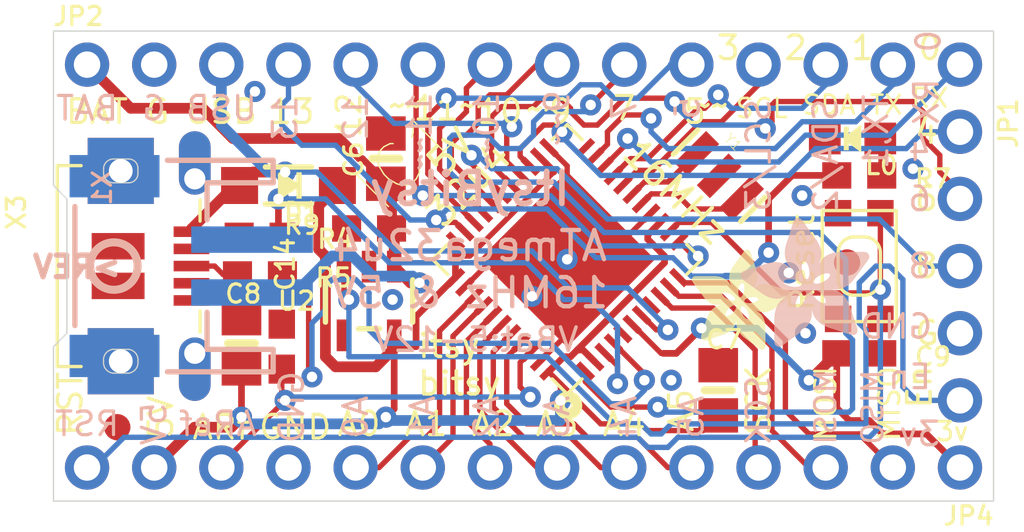
<source format=kicad_pcb>
(kicad_pcb (version 20211014) (generator pcbnew)
  (layers (0 "F.Cu" signal) (31 "B.Cu" signal) (34 "B.Paste" user) (35 "F.Paste" user) (36 "B.SilkS" user "B.Silkscreen") (37 "F.SilkS" user "F.Silkscreen") (38 "B.Mask" user) (39 "F.Mask" user) (44 "Edge.Cuts" user))
  (net 0 "")
  (net 1 "GND")
  (net 2 "D-")
  (net 3 "D+")
  (net 4 "MOSI")
  (net 5 "MISO")
  (net 6 "SCK")
  (net 7 "RST")
  (net 8 "N$11")
  (net 9 "N$12")
  (net 10 "A5")
  (net 11 "A4")
  (net 12 "A3")
  (net 13 "A2")
  (net 14 "A1")
  (net 15 "SDA")
  (net 16 "N$15")
  (net 17 "N$16")
  (net 18 "D1")
  (net 19 "D0")
  (net 20 "VBUS")
  (net 21 "VBAT")
  (net 22 "N$2")
  (net 23 "AREF")
  (net 24 "A0")
  (net 25 "SCL")
  (net 26 "D4")
  (net 27 "D8")
  (net 28 "D7")
  (net 29 "EN")
  (net 30 "D5")
  (net 31 "D6")
  (net 32 "D10")
  (net 33 "D12")
  (net 34 "D13")
  (net 35 "D11")
  (net 36 "D9")
  (net 37 "+5V")
  (net 38 "3.3V")
  (footprint "boardEagle:0805-NO" (layer "F.Cu") (at 155.8671 109.7026 90)
    (fp_text reference "C7")
    (fp_text value "10uF")
  )
  (footprint "boardEagle:1X05_ROUND" (layer "F.Cu") (at 165.0111 105.0036 -90)
    (fp_text reference "JP1")
    (fp_text value "")
  )
  (footprint "boardEagle:4UCONN_20329_V2" (layer "F.Cu") (at 135.1661 105.0036 -90)
    (fp_text reference "X3")
    (fp_text value "microUSB")
    (fp_line (start 4.05 1.6) (end 4.05 2.2) (layer "Edge.Cuts") (width 0.05))
    (fp_line (start -3.15 1.6) (end -3.15 2.15) (layer "Edge.Cuts") (width 0.05))
    (fp_line (start -3.5 2.55) (end -3.7 2.55) (layer "Edge.Cuts") (width 0.05))
    (fp_line (start -3.7 1.25) (end -3.5 1.25) (layer "Edge.Cuts") (width 0.05))
    (fp_line (start 3.15 2.2) (end 3.15 1.6) (layer "Edge.Cuts") (width 0.05))
    (fp_line (start -4.05 2.15) (end -4.05 1.6) (layer "Edge.Cuts") (width 0.05))
    (fp_arc (start 3.6 1.25) (mid 3.897487 1.331802) (end 4.05 1.6) (layer "Edge.Cuts") (width 0.05))
    (fp_arc (start -3.15 2.15) (mid -3.242157 2.422487) (end -3.5 2.55) (layer "Edge.Cuts") (width 0.05))
    (fp_arc (start 4.05 2.2) (mid 3.897487 2.468198) (end 3.6 2.55) (layer "Edge.Cuts") (width 0.05))
    (fp_arc (start -3.5 1.25) (mid -3.252513 1.352513) (end -3.15 1.6) (layer "Edge.Cuts") (width 0.05))
    (fp_arc (start -3.7 2.55) (mid -3.957843 2.422487) (end -4.05 2.15) (layer "Edge.Cuts") (width 0.05))
    (fp_arc (start -4.05 1.6) (mid -3.947487 1.352513) (end -3.7 1.25) (layer "Edge.Cuts") (width 0.05))
    (fp_arc (start 3.15 1.6) (mid 3.302513 1.331802) (end 3.6 1.25) (layer "Edge.Cuts") (width 0.05))
    (fp_arc (start 3.6 2.55) (mid 3.302513 2.468198) (end 3.15 2.2) (layer "Edge.Cuts") (width 0.05))
  )
  (footprint "boardEagle:0805-NO" (layer "F.Cu") (at 137.8331 107.9246 90)
    (fp_text reference "C8")
    (fp_text value "10µF")
  )
  (footprint "boardEagle:SOT23-5" (layer "F.Cu") (at 142.6591 106.3244 180)
    (fp_text reference "U2")
    (fp_text value "MIC5225-5.0")
  )
  (footprint "boardEagle:0603-NO" (layer "F.Cu") (at 139.3571 108.0516 90)
    (fp_text reference "C14")
    (fp_text value "1uF")
  )
  (footprint "boardEagle:CHIPLED_0805_NOOUTLINE" (layer "F.Cu") (at 160.9471 100.1776 90)
    (fp_text reference "L0")
    (fp_text value "RED")
  )
  (footprint "boardEagle:0603-NO" (layer "F.Cu") (at 161.2011 108.3056)
    (fp_text reference "C9")
    (fp_text value "1uF")
  )
  (footprint "boardEagle:RESONATOR-SMD" (layer "F.Cu") (at 155.904296 101.59001 -45)
    (fp_text reference "Y1")
    (fp_text value "16MHz")
  )
  (footprint "boardEagle:0603-NO" (layer "F.Cu") (at 138.5316 105.3211)
    (fp_text reference "R5")
    (fp_text value "22")
  )
  (footprint "boardEagle:ADAFRUIT_3.5MM" (layer "F.Cu") (at 154.8511 108.1786)
    (fp_text reference "U$7" hide)
    (fp_text value "" hide)
  )
  (footprint "boardEagle:1X14_ROUND70" (layer "F.Cu") (at 148.5011 97.3836)
    (fp_text reference "JP2")
    (fp_text value "")
  )
  (footprint "boardEagle:0603-NO" (layer "F.Cu") (at 161.2011 101.5746)
    (fp_text reference "R7")
    (fp_text value "2.2K")
  )
  (footprint "boardEagle:0603-NO" (layer "F.Cu") (at 138.5951 103.8606)
    (fp_text reference "R4")
    (fp_text value "22")
  )
  (footprint "boardEagle:0603-NO" (layer "F.Cu") (at 142.6591 103.5812 180)
    (fp_text reference "R9")
    (fp_text value "100k")
  )
  (footprint "boardEagle:FIDUCIAL_1MM" (layer "F.Cu") (at 160.7403 104.8696 -90)
    (fp_text reference "U$35" hide)
    (fp_text value "FIDUCIAL\"\"" hide)
  )
  (footprint "boardEagle:TQFN44_7MM" (layer "F.Cu") (at 150.1521 104.7496 45)
    (fp_text reference "IC1")
    (fp_text value "ATMEGA32U4-MU")
  )
  (footprint "boardEagle:KMR2" (layer "F.Cu") (at 161.2011 105.0036 -90)
    (fp_text reference "SW1" hide)
    (fp_text value "SPST_TACT-KMR2" hide)
  )
  (footprint "boardEagle:1X14_ROUND70" (layer "F.Cu") (at 148.5011 112.6236 180)
    (fp_text reference "JP4")
    (fp_text value "")
  )
  (footprint "boardEagle:0805-NO" (layer "F.Cu") (at 143.2941 100.9396 90)
    (fp_text reference "C6")
    (fp_text value "10µF")
  )
  (footprint "boardEagle:SOD-123" (layer "F.Cu") (at 139.6111 101.9556 180)
    (fp_text reference "D1")
    (fp_text value "MBR120")
  )
  (footprint "boardEagle:FIDUCIAL_1MM" (layer "F.Cu") (at 133.1341 111.0996 -90)
    (fp_text reference "U$34" hide)
    (fp_text value "FIDUCIAL\"\"" hide)
  )
  (footprint "boardEagle:ADAFRUIT_5MM" (layer "B.Cu") (at 161.5821 108.0516 180)
    (fp_text reference "U$4" hide)
    (fp_text value "" hide)
  )
  (footprint "boardEagle:JSTPH2" (layer "B.Cu") (at 134.5311 105.0036 -90)
    (fp_text reference "X1")
    (fp_text value "")
  )
  (footprint "boardEagle:PCBFEAT-REV-040" (layer "B.Cu") (at 133.0071 105.0036 180)
    (fp_text reference "U$10" hide)
    (fp_text value "" hide)
  )
  (gr_line (start 130.7211 101.9556) (end 131.2291 102.4636) (layer "Edge.Cuts") (width 0.05))
  (gr_line (start 130.7211 113.8936) (end 166.2811 113.8936) (layer "Edge.Cuts") (width 0.05))
  (gr_line (start 166.2811 96.1136) (end 130.7211 96.1136) (layer "Edge.Cuts") (width 0.05))
  (gr_line (start 130.7211 108.0516) (end 130.7211 113.8936) (layer "Edge.Cuts") (width 0.05))
  (gr_line (start 130.7211 96.1136) (end 130.7211 101.9556) (layer "Edge.Cuts") (width 0.05))
  (gr_line (start 131.2291 102.4636) (end 131.2291 107.5436) (layer "Edge.Cuts") (width 0.05))
  (gr_line (start 166.2811 113.8936) (end 166.2811 96.1136) (layer "Edge.Cuts") (width 0.05))
  (gr_line (start 131.2291 107.5436) (end 130.7211 108.0516) (layer "Edge.Cuts") (width 0.05))
  (gr_text "GND" (at 162.5981 107.2896) (layer "B.SilkS") (effects (font (size 0.89408 0.89408) (thickness 0.12192)) (justify mirror)))
  (gr_text "SCL/3" (at 157.3911 100.8126 -270) (layer "B.SilkS") (effects (font (size 0.89408 0.89408) (thickness 0.12192)) (justify mirror)))
  (gr_text "11~~" (at 144.5641 99.9236 -270) (layer "B.SilkS") (effects (font (size 0.89408 0.89408) (thickness 0.12192)) (justify mirror)))
  (gr_text "GND" (at 139.7381 110.3376 -270) (layer "B.SilkS") (effects (font (size 0.89408 0.89408) (thickness 0.12192)) (justify mirror)))
  (gr_text "SCK" (at 157.3911 110.4646 -270) (layer "B.SilkS") (effects (font (size 0.89408 0.89408) (thickness 0.12192)) (justify mirror)))
  (gr_text "A0" (at 142.1511 110.7186 -270) (layer "B.SilkS") (effects (font (size 0.89408 0.89408) (thickness 0.12192)) (justify mirror)))
  (gr_text "6" (at 163.4871 102.4636) (layer "B.SilkS") (effects (font (size 0.89408 0.89408) (thickness 0.12192)) (justify mirror)))
  (gr_text "8" (at 163.4871 105.0036) (layer "B.SilkS") (effects (font (size 0.89408 0.89408) (thickness 0.12192)) (justify mirror)))
  (gr_text "A1" (at 144.6911 110.7186 -270) (layer "B.SilkS") (effects (font (size 0.89408 0.89408) (thickness 0.12192)) (justify mirror)))
  (gr_text "TX,1" (at 161.8361 99.9236 -270) (layer "B.SilkS") (effects (font (size 0.89408 0.89408) (thickness 0.12192)) (justify mirror)))
  (gr_text "0" (at 163.7411 96.4946 -90) (layer "B.SilkS") (effects (font (size 0.89408 0.89408) (thickness 0.12192)) (justify mirror)))
  (gr_text "7" (at 152.3111 99.0346 -270) (layer "B.SilkS") (effects (font (size 0.89408 0.89408) (thickness 0.12192)) (justify mirror)))
  (gr_text "5" (at 155.2321 98.5266 -270) (layer "B.SilkS") (effects (font (size 0.88392 0.88392) (thickness 0.13208)) (justify left bottom mirror)))
  (gr_text "USB" (at 137.0711 99.0346) (layer "B.SilkS") (effects (font (size 0.89408 0.89408) (thickness 0.12192)) (justify mirror)))
  (gr_text "A5" (at 154.8511 110.7186 -270) (layer "B.SilkS") (effects (font (size 0.89408 0.89408) (thickness 0.12192)) (justify mirror)))
  (gr_text "SDA/2" (at 159.9311 100.8126 -270) (layer "B.SilkS") (effects (font (size 0.89408 0.89408) (thickness 0.12192)) (justify mirror)))
  (gr_text "VBat:5-12V" (at 150.6601 108.3056) (layer "B.SilkS") (effects (font (size 0.88392 0.88392) (thickness 0.13208)) (justify left bottom mirror)))
  (gr_text "MOSI" (at 159.9311 110.3376 -270) (layer "B.SilkS") (effects (font (size 0.78232 0.78232) (thickness 0.10668)) (justify mirror)))
  (gr_text "En" (at 163.1061 109.1946) (layer "B.SilkS") (effects (font (size 0.89408 0.89408) (thickness 0.12192)) (justify mirror)))
  (gr_text "ItsyBitsy" (at 146.4691 102.0826) (layer "B.SilkS") (effects (font (size 1.20904 1.20904) (thickness 0.21336)) (justify mirror)))
  (gr_text "A2" (at 147.1041 110.7186 -270) (layer "B.SilkS") (effects (font (size 0.89408 0.89408) (thickness 0.12192)) (justify mirror)))
  (gr_text "A4" (at 152.3111 110.7186 -270) (layer "B.SilkS") (effects (font (size 0.89408 0.89408) (thickness 0.12192)) (justify mirror)))
  (gr_text "ATmega32u4\n16MHz & 5V" (at 146.4691 105.1306) (layer "B.SilkS") (effects (font (size 1.1049 1.1049) (thickness 0.1651)) (justify mirror)))
  (gr_text "ARef" (at 136.9441 110.9726) (layer "B.SilkS") (effects (font (size 0.89408 0.89408) (thickness 0.12192)) (justify mirror)))
  (gr_text "3v" (at 163.4871 111.3536) (layer "B.SilkS") (effects (font (size 0.89408 0.89408) (thickness 0.12192)) (justify mirror)))
  (gr_text "RST" (at 131.9911 110.9726) (layer "B.SilkS") (effects (font (size 0.89408 0.89408) (thickness 0.12192)) (justify mirror)))
  (gr_text "A3" (at 149.7711 110.7186 -270) (layer "B.SilkS") (effects (font (size 0.89408 0.89408) (thickness 0.12192)) (justify mirror)))
  (gr_text "10~~" (at 147.1041 99.9236 -270) (layer "B.SilkS") (effects (font (size 0.89408 0.89408) (thickness 0.12192)) (justify mirror)))
  (gr_text "4" (at 163.4871 100.5586) (layer "B.SilkS") (effects (font (size 0.89408 0.89408) (thickness 0.12192)) (justify mirror)))
  (gr_text "BAT" (at 131.9911 99.0346) (layer "B.SilkS") (effects (font (size 0.89408 0.89408) (thickness 0.12192)) (justify mirror)))
  (gr_text "RX" (at 163.7411 98.7806 -270) (layer "B.SilkS") (effects (font (size 0.89408 0.89408) (thickness 0.12192)) (justify mirror)))
  (gr_text "MISO" (at 161.7091 110.3376 -270) (layer "B.SilkS") (effects (font (size 0.78232 0.78232) (thickness 0.10668)) (justify mirror)))
  (gr_text "9~~" (at 149.7711 99.4156 -270) (layer "B.SilkS") (effects (font (size 0.89408 0.89408) (thickness 0.12192)) (justify mirror)))
  (gr_text "13" (at 139.4841 99.4156 -270) (layer "B.SilkS") (effects (font (size 0.89408 0.89408) (thickness 0.12192)) (justify mirror)))
  (gr_text "5V" (at 134.5311 110.9726 -270) (layer "B.SilkS") (effects (font (size 0.89408 0.89408) (thickness 0.12192)) (justify mirror)))
  (gr_text "12" (at 142.1511 99.4156 -270) (layer "B.SilkS") (effects (font (size 0.89408 0.89408) (thickness 0.12192)) (justify mirror)))
  (gr_text "G" (at 134.5311 99.0346) (layer "B.SilkS") (effects (font (size 0.89408 0.89408) (thickness 0.12192)) (justify mirror)))
  (gr_text "16MHz" (at 152.0571 100.8126 315) (layer "F.SilkS") (effects (font (size 0.99441 0.99441) (thickness 0.14859)) (justify left bottom)))
  (gr_text "32u4" (at 145.4531 103.7336 45) (layer "F.SilkS") (effects (font (size 0.99441 0.99441) (thickness 0.14859)) (justify left bottom)))
  (gr_text "SCL" (at 157.5181 99.0346) (layer "F.SilkS") (effects (font (size 0.715264 0.715264) (thickness 0.097536))))
  (gr_text "3" (at 156.2481 96.7486) (layer "F.SilkS") (effects (font (size 0.89408 0.89408) (thickness 0.12192))))
  (gr_text "G" (at 134.6581 99.1616) (layer "F.SilkS") (effects (font (size 0.89408 0.89408) (thickness 0.12192))))
  (gr_text "A2" (at 147.3581 110.9726) (layer "F.SilkS") (effects (font (size 0.89408 0.89408) (thickness 0.12192))))
  (gr_text "~~" (at 144.0561 98.9076) (layer "F.SilkS") (effects (font (size 0.89408 0.89408) (thickness 0.12192))))
  (gr_text "~~" (at 149.2631 99.0346) (layer "F.SilkS") (effects (font (size 0.89408 0.89408) (thickness 0.12192))))
  (gr_text "10" (at 147.6121 99.1616) (layer "F.SilkS") (effects (font (size 0.89408 0.89408) (thickness 0.12192))))
  (gr_text "USB" (at 137.0711 99.1616) (layer "F.SilkS") (effects (font (size 0.89408 0.89408) (thickness 0.12192))))
  (gr_text "SDA" (at 160.0581 98.9076) (layer "F.SilkS") (effects (font (size 0.715264 0.715264) (thickness 0.097536))))
  (gr_text "5V" (at 134.7851 110.7186 90) (layer "F.SilkS") (effects (font (size 0.89408 0.89408) (thickness 0.12192))))
  (gr_text "7" (at 152.3111 99.0346) (layer "F.SilkS") (effects (font (size 0.89408 0.89408) (thickness 0.12192))))
  (gr_text "1" (at 161.3281 96.7486) (layer "F.SilkS") (effects (font (size 0.89408 0.89408) (thickness 0.12192))))
  (gr_text "0" (at 163.8681 96.7486) (layer "F.SilkS") (effects (font (size 0.89408 0.89408) (thickness 0.12192))))
  (gr_text "A3" (at 149.7711 110.9726) (layer "F.SilkS") (effects (font (size 0.89408 0.89408) (thickness 0.12192))))
  (gr_text "~~" (at 146.7231 98.9076) (layer "F.SilkS") (effects (font (size 0.89408 0.89408) (thickness 0.12192))))
  (gr_text "En" (at 163.9951 110.4646 90) (layer "F.SilkS") (effects (font (size 0.88392 0.88392) (thickness 0.13208)) (justify left bottom)))
  (gr_text "9" (at 149.8981 99.1616) (layer "F.SilkS") (effects (font (size 0.89408 0.89408) (thickness 0.12192))))
  (gr_text "6" (at 163.2331 102.9716) (layer "F.SilkS") (effects (font (size 0.88392 0.88392) (thickness 0.13208)) (justify left bottom)))
  (gr_text "~~" (at 155.6131 98.9076) (layer "F.SilkS") (effects (font (size 0.89408 0.89408) (thickness 0.12192))))
  (gr_text "A4" (at 152.3111 110.9726) (layer "F.SilkS") (effects (font (size 0.89408 0.89408) (thickness 0.12192))))
  (gr_text "itsy\nbitsy" (at 144.4371 109.9566) (layer "F.SilkS") (effects (font (size 0.88392 0.88392) (thickness 0.13208)) (justify left bottom)))
  (gr_text "5" (at 154.9781 99.1616) (layer "F.SilkS") (effects (font (size 0.89408 0.89408) (thickness 0.12192))))
  (gr_text "13" (at 139.7381 99.1616) (layer "F.SilkS") (effects (font (size 0.89408 0.89408) (thickness 0.12192))))
  (gr_text "BAT" (at 132.3721 99.1616) (layer "F.SilkS") (effects (font (size 0.89408 0.89408) (thickness 0.12192))))
  (gr_text "Reset" (at 159.0421 104.8766 90) (layer "F.SilkS") (effects (font (size 0.89408 0.89408) (thickness 0.12192))))
  (gr_text "11" (at 145.1991 99.0346) (layer "F.SilkS") (effects (font (size 0.89408 0.89408) (thickness 0.12192))))
  (gr_text "G" (at 163.2331 108.0516) (layer "F.SilkS") (effects (font (size 0.88392 0.88392) (thickness 0.13208)) (justify left bottom)))
  (gr_text "ARf" (at 137.0711 111.0996) (layer "F.SilkS") (effects (font (size 0.89408 0.89408) (thickness 0.12192))))
  (gr_text "12" (at 141.8971 99.2886 90) (layer "F.SilkS") (effects (font (size 0.89408 0.89408) (thickness 0.12192))))
  (gr_text "A1" (at 144.8181 110.9726) (layer "F.SilkS") (effects (font (size 0.89408 0.89408) (thickness 0.12192))))
  (gr_text "GND" (at 139.8651 111.0996) (layer "F.SilkS") (effects (font (size 0.89408 0.89408) (thickness 0.12192))))
  (gr_text "MISO" (at 162.3441 110.2106 90) (layer "F.SilkS") (effects (font (size 0.78232 0.78232) (thickness 0.10668))))
  (gr_text "TX" (at 162.2171 98.9076) (layer "F.SilkS") (effects (font (size 0.715264 0.715264) (thickness 0.097536))))
  (gr_text "A0" (at 142.2781 110.9726) (layer "F.SilkS") (effects (font (size 0.89408 0.89408) (thickness 0.12192))))
  (gr_text "8" (at 163.2331 105.5116) (layer "F.SilkS") (effects (font (size 0.88392 0.88392) (thickness 0.13208)) (justify left bottom)))
  (gr_text "A5" (at 154.4701 110.4646 90) (layer "F.SilkS") (effects (font (size 0.89408 0.89408) (thickness 0.12192))))
  (gr_text "RST" (at 131.3561 110.2106 90) (layer "F.SilkS") (effects (font (size 0.89408 0.89408) (thickness 0.12192))))
  (gr_text "2" (at 158.7881 96.7486) (layer "F.SilkS") (effects (font (size 0.89408 0.89408) (thickness 0.12192))))
  (gr_text "MOSI" (at 159.9311 110.2106 90) (layer "F.SilkS") (effects (font (size 0.78232 0.78232) (thickness 0.10668))))
  (gr_text "4" (at 163.2331 100.4316) (layer "F.SilkS") (effects (font (size 0.88392 0.88392) (thickness 0.13208)) (justify left bottom)))
  (gr_text "SCK" (at 157.3911 110.0836 90) (layer "F.SilkS") (effects (font (size 0.89408 0.89408) (thickness 0.12192))))
  (gr_text "3v" (at 165.3921 110.8456) (layer "F.SilkS") (effects (font (size 0.707136 0.707136) (thickness 0.105664)) (justify right top)))
  (gr_text "5V" (at 145.4531 101.8286 45) (layer "F.SilkS") (effects (font (size 0.99441 0.99441) (thickness 0.14859)) (justify left bottom)))
  (gr_text "RX" (at 163.8681 98.6536) (layer "F.SilkS") (effects (font (size 0.715264 0.715264) (thickness 0.097536))))
  (segment (start 150.1521 101.214069) (end 150.1521 104.7496) (width 0.2032) (layer "F.Cu") (net 1))
  (segment (start 146.280687 105.792585) (end 147.323671 104.7496) (width 0.2032) (layer "F.Cu") (net 1))
  (segment (start 151.566312 104.7496) (end 150.1521 104.7496) (width 0.2032) (layer "F.Cu") (net 1))
  (segment (start 150.1521 104.8131) (end 150.1521 104.7496) (width 0.2032) (layer "F.Cu") (net 1))
  (segment (start 148.8186 106.1466) (end 150.1521 104.8131) (width 0.2032) (layer "F.Cu") (net 1))
  (segment (start 147.323671 104.7496) (end 150.1521 104.7496) (width 0.2032) (layer "F.Cu") (net 1))
  (segment (start 149.462668 100.524638) (end 150.1521 101.214069) (width 0.2032) (layer "F.Cu") (net 1))
  (segment (start 149.109115 108.621013) (end 150.1521 107.578029) (width 0.2032) (layer "F.Cu") (net 1))
  (segment (start 153.3164 102.999513) (end 151.566312 104.7496) (width 0.2032) (layer "F.Cu") (net 1))
  (via (at 159.0421 102.3366) (size 0.8001) (drill 0.3937) (layers "F.Cu" "B.Cu") (net 1))
  (via (at 150.1521 104.7496) (size 0.8001) (drill 0.3937) (layers "F.Cu" "B.Cu") (net 1))
  (via (at 158.5341 105.2576) (size 0.8001) (drill 0.3937) (layers "F.Cu" "B.Cu") (net 1))
  (via (at 163.2331 101.3206) (size 0.8001) (drill 0.3937) (layers "F.Cu" "B.Cu") (net 1))
  (via (at 138.3411 98.3996) (size 0.8001) (drill 0.3937) (layers "F.Cu" "B.Cu") (net 1))
  (via (at 154.0891 109.3216) (size 0.8001) (drill 0.3937) (layers "F.Cu" "B.Cu") (net 1))
  (via (at 159.1691 107.5436) (size 0.8001) (drill 0.3937) (layers "F.Cu" "B.Cu") (net 1))
  (via (at 143.5481 106.2736) (size 0.8001) (drill 0.3937) (layers "F.Cu" "B.Cu") (net 1))
  (via (at 148.8186 106.1466) (size 0.8001) (drill 0.3937) (layers "F.Cu" "B.Cu") (net 1))
  (segment (start 139.2301 103.6066) (end 139.2301 102.4636) (width 0.254) (layer "F.Cu") (net 2))
  (segment (start 152.0571 108.775922) (end 151.548634 108.267457) (width 0.2032) (layer "F.Cu") (net 2))
  (segment (start 139.2301 103.6066) (end 139.4451 103.8216) (width 0.2032) (layer "F.Cu") (net 2))
  (segment (start 152.0571 109.4486) (end 152.0571 108.775922) (width 0.2032) (layer "F.Cu") (net 2))
  (segment (start 139.4451 103.8216) (end 139.4451 103.8606) (width 0.2032) (layer "F.Cu") (net 2))
  (via (at 139.2301 102.4636) (size 0.8001) (drill 0.3937) (layers "F.Cu" "B.Cu") (net 2))
  (via (at 152.0571 109.4486) (size 0.8001) (drill 0.3937) (layers "F.Cu" "B.Cu") (net 2))
  (segment (start 150.0251 106.2736) (end 151.0411 106.2736) (width 0.2032) (layer "B.Cu") (net 2))
  (segment (start 141.0081 102.4636) (end 143.4211 104.8766) (width 0.2032) (layer "B.Cu") (net 2))
  (segment (start 148.6281 104.8766) (end 150.0251 106.2736) (width 0.2032) (layer "B.Cu") (net 2))
  (segment (start 151.0411 106.2736) (end 152.0571 107.2896) (width 0.2032) (layer "B.Cu") (net 2))
  (segment (start 139.2301 102.4636) (end 141.0081 102.4636) (width 0.2032) (layer "B.Cu") (net 2))
  (segment (start 152.0571 107.2896) (end 152.0571 109.4486) (width 0.2032) (layer "B.Cu") (net 2))
  (segment (start 143.4211 104.8766) (end 148.6281 104.8766) (width 0.2032) (layer "B.Cu") (net 2))
  (segment (start 140.3731 106.2736) (end 140.3731 109.0676) (width 0.2032) (layer "F.Cu") (net 3))
  (segment (start 151.902187 107.913904) (end 153.0731 109.084816) (width 0.2032) (layer "F.Cu") (net 3))
  (segment (start 153.0731 109.084816) (end 153.0731 109.3216) (width 0.2032) (layer "F.Cu") (net 3))
  (segment (start 140.3731 106.2736) (end 139.4206 105.3211) (width 0.2032) (layer "F.Cu") (net 3))
  (segment (start 139.4206 105.3211) (end 139.3816 105.3211) (width 0.2032) (layer "F.Cu") (net 3))
  (segment (start 140.3731 109.0676) (end 140.5001 109.1946) (width 0.2032) (layer "F.Cu") (net 3))
  (via (at 153.0731 109.3216) (size 0.8001) (drill 0.3937) (layers "F.Cu" "B.Cu") (net 3))
  (via (at 140.5001 109.1946) (size 0.8001) (drill 0.3937) (layers "F.Cu" "B.Cu") (net 3))
  (segment (start 141.0081 106.6546) (end 141.0081 105.7656) (width 0.2032) (layer "B.Cu") (net 3))
  (segment (start 142.1511 105.5116) (end 142.6591 106.0196) (width 0.2032) (layer "B.Cu") (net 3))
  (segment (start 149.5171 107.9246) (end 151.8031 110.2106) (width 0.2032) (layer "B.Cu") (net 3))
  (segment (start 141.0081 105.7656) (end 141.2621 105.5116) (width 0.2032) (layer "B.Cu") (net 3))
  (segment (start 140.5001 107.1626) (end 140.5001 109.1946) (width 0.2032) (layer "B.Cu") (net 3))
  (segment (start 141.0081 106.6546) (end 140.5001 107.1626) (width 0.2032) (layer "B.Cu") (net 3))
  (segment (start 142.6591 107.4166) (end 143.1671 107.9246) (width 0.2032) (layer "B.Cu") (net 3))
  (segment (start 142.6591 106.0196) (end 142.6591 107.4166) (width 0.2032) (layer "B.Cu") (net 3))
  (segment (start 151.8031 110.2106) (end 152.5651 110.2106) (width 0.2032) (layer "B.Cu") (net 3))
  (segment (start 153.0731 109.7026) (end 153.0731 109.3216) (width 0.2032) (layer "B.Cu") (net 3))
  (segment (start 141.2621 105.5116) (end 142.1511 105.5116) (width 0.2032) (layer "B.Cu") (net 3))
  (segment (start 152.5651 110.2106) (end 153.0731 109.7026) (width 0.2032) (layer "B.Cu") (net 3))
  (segment (start 143.1671 107.9246) (end 149.5171 107.9246) (width 0.2032) (layer "B.Cu") (net 3))
  (segment (start 154.023509 105.792585) (end 154.377525 106.1466) (width 0.2032) (layer "F.Cu") (net 4))
  (segment (start 157.8991 111.2266) (end 159.2961 112.6236) (width 0.2032) (layer "F.Cu") (net 4))
  (segment (start 157.8991 108.0516) (end 157.8991 111.2266) (width 0.2032) (layer "F.Cu") (net 4))
  (segment (start 159.2961 112.6236) (end 159.9311 112.6236) (width 0.2032) (layer "F.Cu") (net 4))
  (segment (start 154.377525 106.1466) (end 155.9941 106.1466) (width 0.2032) (layer "F.Cu") (net 4))
  (segment (start 155.9941 106.1466) (end 157.8991 108.0516) (width 0.2032) (layer "F.Cu") (net 4))
  (segment (start 156.2481 105.6386) (end 158.4071 107.7976) (width 0.2032) (layer "F.Cu") (net 5))
  (segment (start 154.576631 105.6386) (end 156.2481 105.6386) (width 0.2032) (layer "F.Cu") (net 5))
  (segment (start 158.4071 110.4646) (end 159.2961 111.3536) (width 0.2032) (layer "F.Cu") (net 5))
  (segment (start 161.2011 111.3536) (end 162.4711 112.6236) (width 0.2032) (layer "F.Cu") (net 5))
  (segment (start 158.4071 107.7976) (end 158.4071 110.4646) (width 0.2032) (layer "F.Cu") (net 5))
  (segment (start 154.377062 105.439032) (end 154.576631 105.6386) (width 0.2032) (layer "F.Cu") (net 5))
  (segment (start 159.2961 111.3536) (end 161.2011 111.3536) (width 0.2032) (layer "F.Cu") (net 5))
  (segment (start 155.6766 106.5911) (end 157.2641 108.1786) (width 0.2032) (layer "F.Cu") (net 6))
  (segment (start 153.669953 106.146138) (end 154.114915 106.5911) (width 0.2032) (layer "F.Cu") (net 6))
  (segment (start 157.2641 108.1786) (end 157.2641 112.4966) (width 0.2032) (layer "F.Cu") (net 6))
  (segment (start 154.114915 106.5911) (end 155.6766 106.5911) (width 0.2032) (layer "F.Cu") (net 6))
  (segment (start 157.2641 112.4966) (end 157.3911 112.6236) (width 0.2032) (layer "F.Cu") (net 6))
  (segment (start 162.0011 105.9816) (end 162.0011 105.8926) (width 0.2032) (layer "F.Cu") (net 7))
  (segment (start 154.023509 103.706619) (end 154.377528 103.3526) (width 0.2032) (layer "F.Cu") (net 7))
  (segment (start 162.0011 107.2516) (end 162.0011 107.0036) (width 0.2032) (layer "F.Cu") (net 7))
  (segment (start 162.0011 103.0036) (end 162.0011 105.8926) (width 0.2032) (layer "F.Cu") (net 7))
  (segment (start 162.0011 107.0036) (end 162.0011 105.8926) (width 0.2032) (layer "F.Cu") (net 7))
  (segment (start 155.6131 103.3526) (end 158.2801 106.0196) (width 0.2032) (layer "F.Cu") (net 7))
  (segment (start 161.9631 106.0196) (end 162.0011 105.9816) (width 0.2032) (layer "F.Cu") (net 7))
  (segment (start 158.2801 106.0196) (end 161.9631 106.0196) (width 0.2032) (layer "F.Cu") (net 7))
  (segment (start 154.377528 103.3526) (end 155.6131 103.3526) (width 0.2032) (layer "F.Cu") (net 7))
  (via (at 162.0011 105.8926) (size 0.8001) (drill 0.3937) (layers "F.Cu" "B.Cu") (net 7))
  (segment (start 162.0011 111.0616) (end 162.0011 105.8926) (width 0.2032) (layer "B.Cu") (net 7))
  (segment (start 152.8191 111.4806) (end 153.2001 111.8616) (width 0.2032) (layer "B.Cu") (net 7))
  (segment (start 132.2451 112.6236) (end 133.3881 111.4806) (width 0.2032) (layer "B.Cu") (net 7))
  (segment (start 153.2001 111.8616) (end 153.9621 111.8616) (width 0.2032) (layer "B.Cu") (net 7))
  (segment (start 154.3431 111.4806) (end 161.5821 111.4806) (width 0.2032) (layer "B.Cu") (net 7))
  (segment (start 153.9621 111.8616) (end 154.3431 111.4806) (width 0.2032) (layer "B.Cu") (net 7))
  (segment (start 131.9911 112.6236) (end 132.2451 112.6236) (width 0.2032) (layer "B.Cu") (net 7))
  (segment (start 161.5821 111.4806) (end 162.0011 111.0616) (width 0.2032) (layer "B.Cu") (net 7))
  (segment (start 133.3881 111.4806) (end 152.8191 111.4806) (width 0.2032) (layer "B.Cu") (net 7))
  (segment (start 154.2796 102.2731) (end 154.8511 102.8446) (width 0.2032) (layer "F.Cu") (net 8))
  (segment (start 154.8511 102.8446) (end 156.346765 102.8446) (width 0.2032) (layer "F.Cu") (net 8))
  (segment (start 156.346765 102.8446) (end 156.752825 102.438541) (width 0.2032) (layer "F.Cu") (net 8))
  (segment (start 152.962846 102.64596) (end 153.335706 102.2731) (width 0.2032) (layer "F.Cu") (net 8))
  (segment (start 153.335706 102.2731) (end 154.2796 102.2731) (width 0.2032) (layer "F.Cu") (net 8))
  (segment (start 153.080718 101.820982) (end 153.969718 101.820982) (width 0.2032) (layer "F.Cu") (net 9))
  (segment (start 152.609293 102.292407) (end 153.080718 101.820982) (width 0.2032) (layer "F.Cu") (net 9))
  (segment (start 153.969718 101.820982) (end 155.049218 100.741482) (width 0.2032) (layer "F.Cu") (net 9))
  (segment (start 155.049218 100.741482) (end 155.055765 100.741482) (width 0.2032) (layer "F.Cu") (net 9))
  (segment (start 147.8661 110.2106) (end 148.6281 110.9726) (width 0.2032) (layer "F.Cu") (net 10))
  (segment (start 150.9141 111.4806) (end 152.8191 111.4806) (width 0.2032) (layer "F.Cu") (net 10))
  (segment (start 153.9621 112.6236) (end 154.8511 112.6236) (width 0.2032) (layer "F.Cu") (net 10))
  (segment (start 152.8191 111.4806) (end 153.9621 112.6236) (width 0.2032) (layer "F.Cu") (net 10))
  (segment (start 150.4061 110.9726) (end 150.9141 111.4806) (width 0.2032) (layer "F.Cu") (net 10))
  (segment (start 147.8661 108.449813) (end 147.8661 110.2106) (width 0.2032) (layer "F.Cu") (net 10))
  (segment (start 148.402009 107.913904) (end 147.8661 108.449813) (width 0.2032) (layer "F.Cu") (net 10))
  (segment (start 148.6281 110.9726) (end 150.4061 110.9726) (width 0.2032) (layer "F.Cu") (net 10))
  (segment (start 147.3581 108.250707) (end 147.3581 110.3376) (width 0.2032) (layer "F.Cu") (net 11))
  (segment (start 148.5011 111.4806) (end 150.2791 111.4806) (width 0.2032) (layer "F.Cu") (net 11))
  (segment (start 151.4221 112.6236) (end 152.3111 112.6236) (width 0.2032) (layer "F.Cu") (net 11))
  (segment (start 147.3581 110.3376) (end 148.5011 111.4806) (width 0.2032) (layer "F.Cu") (net 11))
  (segment (start 148.048456 107.56035) (end 147.3581 108.250707) (width 0.2032) (layer "F.Cu") (net 11))
  (segment (start 150.2791 111.4806) (end 151.4221 112.6236) (width 0.2032) (layer "F.Cu") (net 11))
  (segment (start 146.8501 110.4646) (end 149.0091 112.6236) (width 0.2032) (layer "F.Cu") (net 12))
  (segment (start 149.0091 112.6236) (end 149.7711 112.6236) (width 0.2032) (layer "F.Cu") (net 12))
  (segment (start 147.694903 107.206797) (end 146.8501 108.0516) (width 0.2032) (layer "F.Cu") (net 12))
  (segment (start 146.8501 108.0516) (end 146.8501 110.4646) (width 0.2032) (layer "F.Cu") (net 12))
  (segment (start 146.3421 110.8456) (end 147.2311 111.7346) (width 0.2032) (layer "F.Cu") (net 13))
  (segment (start 146.3421 107.852494) (end 146.3421 110.8456) (width 0.2032) (layer "F.Cu") (net 13))
  (segment (start 147.2311 111.7346) (end 147.2311 112.6236) (width 0.2032) (layer "F.Cu") (net 13))
  (segment (start 147.34135 106.853244) (end 146.3421 107.852494) (width 0.2032) (layer "F.Cu") (net 13))
  (segment (start 146.987796 106.499691) (end 145.8341 107.653388) (width 0.2032) (layer "F.Cu") (net 14))
  (segment (start 145.8341 107.653388) (end 145.8341 111.4806) (width 0.2032) (layer "F.Cu") (net 14))
  (segment (start 145.8341 111.4806) (end 144.6911 112.6236) (width 0.2032) (layer "F.Cu") (net 14))
  (segment (start 153.2001 100.9396) (end 155.1051 99.0346) (width 0.2032) (layer "F.Cu") (net 15))
  (segment (start 152.547887 100.9396) (end 153.2001 100.9396) (width 0.2032) (layer "F.Cu") (net 15))
  (segment (start 151.902187 101.5853) (end 152.547887 100.9396) (width 0.2032) (layer "F.Cu") (net 15))
  (segment (start 155.1051 99.0346) (end 155.3591 99.0346) (width 0.2032) (layer "F.Cu") (net 15))
  (segment (start 155.3591 99.0346) (end 155.8671 98.5266) (width 0.2032) (layer "F.Cu") (net 15))
  (segment (start 155.4861 98.9076) (end 155.8671 98.5266) (width 0.2032) (layer "F.Cu") (net 15))
  (via (at 155.8671 98.5266) (size 0.8001) (drill 0.3937) (layers "F.Cu" "B.Cu") (net 15))
  (segment (start 159.9311 98.1456) (end 159.9311 97.3836) (width 0.2032) (layer "B.Cu") (net 15))
  (segment (start 159.0421 99.0346) (end 159.9311 98.1456) (width 0.2032) (layer "B.Cu") (net 15))
  (segment (start 156.3751 99.0346) (end 159.0421 99.0346) (width 0.2032) (layer "B.Cu") (net 15))
  (segment (start 156.3751 99.0346) (end 155.8671 98.5266) (width 0.2032) (layer "B.Cu") (net 15))
  (segment (start 137.1346 105.3211) (end 137.6816 105.3211) (width 0.2032) (layer "F.Cu") (net 16))
  (segment (start 135.9411 105.0036) (end 136.8171 105.0036) (width 0.2032) (layer "F.Cu") (net 16))
  (segment (start 136.8171 105.0036) (end 137.1346 105.3211) (width 0.2032) (layer "F.Cu") (net 16))
  (segment (start 136.9981 104.3536) (end 137.4911 103.8606) (width 0.2032) (layer "F.Cu") (net 17))
  (segment (start 135.9411 104.3536) (end 136.9981 104.3536) (width 0.2032) (layer "F.Cu") (net 17))
  (segment (start 137.4911 103.8606) (end 137.7451 103.8606) (width 0.2032) (layer "F.Cu") (net 17))
  (segment (start 153.3271 99.2886) (end 153.3271 99.4156) (width 0.2032) (layer "F.Cu") (net 18))
  (segment (start 151.195081 100.878191) (end 151.6761 100.397172) (width 0.2032) (layer "F.Cu") (net 18))
  (segment (start 152.3111 99.2886) (end 153.3271 99.2886) (width 0.2032) (layer "F.Cu") (net 18))
  (segment (start 151.6761 100.397172) (end 151.6761 99.9236) (width 0.2032) (layer "F.Cu") (net 18))
  (segment (start 151.6761 99.9236) (end 152.3111 99.2886) (width 0.2032) (layer "F.Cu") (net 18))
  (via (at 153.3271 99.4156) (size 0.8001) (drill 0.3937) (layers "F.Cu" "B.Cu") (net 18))
  (segment (start 161.0741 99.5426) (end 159.0421 99.5426) (width 0.2032) (layer "B.Cu") (net 18))
  (segment (start 153.9621 100.5586) (end 153.3271 99.9236) (width 0.2032) (layer "B.Cu") (net 18))
  (segment (start 161.0741 99.5426) (end 162.4711 98.1456) (width 0.2032) (layer "B.Cu") (net 18))
  (segment (start 158.0261 100.5586) (end 153.9621 100.5586) (width 0.2032) (layer "B.Cu") (net 18))
  (segment (start 153.3271 99.9236) (end 153.3271 99.4156) (width 0.2032) (layer "B.Cu") (net 18))
  (segment (start 162.4711 98.1456) (end 162.4711 97.3836) (width 0.2032) (layer "B.Cu") (net 18))
  (segment (start 159.0421 99.5426) (end 158.0261 100.5586) (width 0.2032) (layer "B.Cu") (net 18))
  (segment (start 152.4381 100.342282) (end 152.4381 100.1776) (width 0.2032) (layer "F.Cu") (net 19))
  (segment (start 151.548634 101.231747) (end 152.4381 100.342282) (width 0.2032) (layer "F.Cu") (net 19))
  (via (at 152.4381 100.1776) (size 0.8001) (drill 0.3937) (layers "F.Cu" "B.Cu") (net 19))
  (segment (start 153.3271 101.0666) (end 152.4381 100.1776) (width 0.2032) (layer "B.Cu") (net 19))
  (segment (start 153.3271 101.0666) (end 158.1531 101.0666) (width 0.2032) (layer "B.Cu") (net 19))
  (segment (start 158.1531 101.0666) (end 159.1691 100.0506) (width 0.2032) (layer "B.Cu") (net 19))
  (segment (start 162.3441 100.0506) (end 165.0111 97.3836) (width 0.2032) (layer "B.Cu") (net 19))
  (segment (start 159.1691 100.0506) (end 162.3441 100.0506) (width 0.2032) (layer "B.Cu") (net 19))
  (segment (start 137.1981 102.3366) (end 137.3801 102.3366) (width 0.4064) (layer "F.Cu") (net 20))
  (segment (start 152.962846 106.853244) (end 153.526203 107.4166) (width 0.2032) (layer "F.Cu") (net 20))
  (segment (start 153.526203 107.4166) (end 153.9621 107.4166) (width 0.2032) (layer "F.Cu") (net 20))
  (segment (start 137.7611 101.9556) (end 138.2691 101.4476) (width 0.4064) (layer "F.Cu") (net 20))
  (segment (start 135.9411 103.5936) (end 137.1981 102.3366) (width 0.4064) (layer "F.Cu") (net 20))
  (segment (start 137.3801 102.3366) (end 137.7611 101.9556) (width 0.4064) (layer "F.Cu") (net 20))
  (segment (start 135.9411 103.7036) (end 135.9411 103.5936) (width 0.4064) (layer "F.Cu") (net 20))
  (segment (start 138.2691 101.4476) (end 139.4841 101.4476) (width 0.4064) (layer "F.Cu") (net 20))
  (via (at 153.9621 107.4166) (size 0.8001) (drill 0.3937) (layers "F.Cu" "B.Cu") (net 20))
  (via (at 139.4841 101.4476) (size 0.8001) (drill 0.3937) (layers "F.Cu" "B.Cu") (net 20))
  (segment (start 137.0711 99.6696) (end 138.8491 101.4476) (width 0.4064) (layer "B.Cu") (net 20))
  (segment (start 148.8186 104.4321) (end 150.2156 105.8291) (width 0.2032) (layer "B.Cu") (net 20))
  (segment (start 153.9621 107.3531) (end 153.9621 107.4166) (width 0.2032) (layer "B.Cu") (net 20))
  (segment (start 138.8491 101.4476) (end 139.4841 101.4476) (width 0.4064) (layer "B.Cu") (net 20))
  (segment (start 137.0711 99.6696) (end 137.0711 97.3836) (width 0.4064) (layer "B.Cu") (net 20))
  (segment (start 150.2156 105.8291) (end 152.4381 105.8291) (width 0.2032) (layer "B.Cu") (net 20))
  (segment (start 152.4381 105.8291) (end 153.9621 107.3531) (width 0.2032) (layer "B.Cu") (net 20))
  (segment (start 143.6751 104.4321) (end 148.8186 104.4321) (width 0.2032) (layer "B.Cu") (net 20))
  (segment (start 143.6751 104.4321) (end 140.6906 101.4476) (width 0.2032) (layer "B.Cu") (net 20))
  (segment (start 140.6906 101.4476) (end 139.4841 101.4476) (width 0.2032) (layer "B.Cu") (net 20))
  (segment (start 137.5071 100.1776) (end 141.5161 100.1776) (width 0.4064) (layer "F.Cu") (net 21))
  (segment (start 133.6421 99.0346) (end 131.9911 97.3836) (width 0.4064) (layer "F.Cu") (net 21))
  (segment (start 143.5091 103.5812) (end 143.5091 102.2316) (width 0.4064) (layer "F.Cu") (net 21))
  (segment (start 142.4051 100.9396) (end 143.3551 101.8896) (width 0.254) (layer "F.Cu") (net 21))
  (segment (start 143.6091 105.0243) (end 144.2234 105.6386) (width 0.4064) (layer "F.Cu") (net 21))
  (segment (start 143.3551 101.8896) (end 143.2941 101.8896) (width 0.254) (layer "F.Cu") (net 21))
  (segment (start 142.0241 100.6856) (end 142.2781 100.9396) (width 0.254) (layer "F.Cu") (net 21))
  (segment (start 142.2781 100.9396) (end 142.4051 100.9396) (width 0.254) (layer "F.Cu") (net 21))
  (segment (start 143.2941 102.0166) (end 143.5091 102.2316) (width 0.2032) (layer "F.Cu") (net 21))
  (segment (start 141.5161 100.1776) (end 142.0241 100.6856) (width 0.4064) (layer "F.Cu") (net 21))
  (segment (start 136.3641 99.0346) (end 137.5071 100.1776) (width 0.4064) (layer "F.Cu") (net 21))
  (segment (start 144.2234 105.6386) (end 144.5641 105.6386) (width 0.4064) (layer "F.Cu") (net 21))
  (segment (start 143.6091 105.0243) (end 143.6091 103.8082) (width 0.4064) (layer "F.Cu") (net 21))
  (segment (start 143.6091 103.8082) (end 143.5091 103.5812) (width 0.4064) (layer "F.Cu") (net 21))
  (segment (start 136.3641 99.0346) (end 133.6421 99.0346) (width 0.4064) (layer "F.Cu") (net 21))
  (segment (start 143.2941 101.8896) (end 143.2941 102.0166) (width 0.2032) (layer "F.Cu") (net 21))
  (via (at 144.5641 105.6386) (size 0.8001) (drill 0.3937) (layers "F.Cu" "B.Cu") (net 21))
  (segment (start 142.0241 104.6226) (end 142.7861 105.3846) (width 0.4064) (layer "B.Cu") (net 21))
  (segment (start 139.8811 106.0036) (end 141.2621 104.6226) (width 0.4064) (layer "B.Cu") (net 21))
  (segment (start 142.7861 105.3846) (end 144.3101 105.3846) (width 0.4064) (layer "B.Cu") (net 21))
  (segment (start 138.2311 106.0036) (end 139.8811 106.0036) (width 0.4064) (layer "B.Cu") (net 21))
  (segment (start 141.2621 104.6226) (end 142.0241 104.6226) (width 0.4064) (layer "B.Cu") (net 21))
  (segment (start 144.3101 105.3846) (end 144.5641 105.6386) (width 0.4064) (layer "B.Cu") (net 21))
  (segment (start 161.9971 100.1776) (end 162.0511 100.2316) (width 0.254) (layer "F.Cu") (net 22))
  (segment (start 162.0511 100.2316) (end 162.0511 101.5746) (width 0.254) (layer "F.Cu") (net 22))
  (segment (start 148.3741 109.5756) (end 148.7551 109.9566) (width 0.2032) (layer "F.Cu") (net 23))
  (segment (start 148.3741 108.648919) (end 148.3741 109.5756) (width 0.2032) (layer "F.Cu") (net 23))
  (segment (start 139.3571 109.9566) (end 139.4841 110.0836) (width 0.2032) (layer "F.Cu") (net 23))
  (segment (start 148.755562 108.267457) (end 148.3741 108.648919) (width 0.2032) (layer "F.Cu") (net 23))
  (segment (start 137.0711 112.4966) (end 139.4841 110.0836) (width 0.2032) (layer "F.Cu") (net 23))
  (segment (start 137.0711 112.6236) (end 137.0711 112.4966) (width 0.2032) (layer "F.Cu") (net 23))
  (segment (start 139.3571 108.9016) (end 139.3571 109.9566) (width 0.2032) (layer "F.Cu") (net 23))
  (via (at 148.7551 109.9566) (size 0.8001) (drill 0.3937) (layers "F.Cu" "B.Cu") (net 23))
  (via (at 139.4841 110.0836) (size 0.8001) (drill 0.3937) (layers "F.Cu" "B.Cu") (net 23))
  (segment (start 148.7551 109.9566) (end 139.6111 109.9566) (width 0.2032) (layer "B.Cu") (net 23))
  (segment (start 139.6111 109.9566) (end 139.4841 110.0836) (width 0.2032) (layer "B.Cu") (net 23))
  (segment (start 146.634243 106.146138) (end 145.3261 107.454282) (width 0.2032) (layer "F.Cu") (net 24))
  (segment (start 145.3261 110.9726) (end 144.8181 111.4806) (width 0.2032) (layer "F.Cu") (net 24))
  (segment (start 145.3261 107.454282) (end 145.3261 110.9726) (width 0.2032) (layer "F.Cu") (net 24))
  (segment (start 144.8181 111.4806) (end 144.1831 111.4806) (width 0.2032) (layer "F.Cu") (net 24))
  (segment (start 144.1831 111.4806) (end 143.0401 112.6236) (width 0.2032) (layer "F.Cu") (net 24))
  (segment (start 143.0401 112.6236) (end 142.1511 112.6236) (width 0.2032) (layer "F.Cu") (net 24))
  (segment (start 155.9941 99.5426) (end 157.3911 98.1456) (width 0.2032) (layer "F.Cu") (net 25))
  (segment (start 152.25574 101.938854) (end 152.810493 101.3841) (width 0.2032) (layer "F.Cu") (net 25))
  (segment (start 157.3911 98.1456) (end 157.3911 97.3836) (width 0.2032) (layer "F.Cu") (net 25))
  (segment (start 152.810493 101.3841) (end 153.3906 101.3841) (width 0.2032) (layer "F.Cu") (net 25))
  (segment (start 155.2321 99.5426) (end 155.9941 99.5426) (width 0.2032) (layer "F.Cu") (net 25))
  (segment (start 153.3906 101.3841) (end 155.2321 99.5426) (width 0.2032) (layer "F.Cu") (net 25))
  (segment (start 148.755562 101.231747) (end 148.3741 100.850285) (width 0.2032) (layer "F.Cu") (net 26))
  (segment (start 148.3741 100.850285) (end 148.3741 100.5586) (width 0.2032) (layer "F.Cu") (net 26))
  (segment (start 148.3741 100.5586) (end 149.2631 99.6696) (width 0.2032) (layer "F.Cu") (net 26))
  (segment (start 149.2631 99.6696) (end 149.7076 99.6696) (width 0.2032) (layer "F.Cu") (net 26))
  (segment (start 149.7076 99.6696) (end 149.9616 99.9236) (width 0.2032) (layer "F.Cu") (net 26))
  (via (at 149.9616 99.9236) (size 0.8001) (drill 0.3937) (layers "F.Cu" "B.Cu") (net 26))
  (segment (start 162.9791 100.5586) (end 163.6141 99.9236) (width 0.2032) (layer "B.Cu") (net 26))
  (segment (start 158.5341 101.5746) (end 159.5501 100.5586) (width 0.2032) (layer "B.Cu") (net 26))
  (segment (start 151.4221 101.5746) (end 158.5341 101.5746) (width 0.2032) (layer "B.Cu") (net 26))
  (segment (start 159.5501 100.5586) (end 162.9791 100.5586) (width 0.2032) (layer "B.Cu") (net 26))
  (segment (start 163.6141 99.9236) (end 165.0111 99.9236) (width 0.2032) (layer "B.Cu") (net 26))
  (segment (start 151.4221 101.5746) (end 149.9616 100.1141) (width 0.2032) (layer "B.Cu") (net 26))
  (segment (start 149.9616 100.1141) (end 149.9616 99.9236) (width 0.2032) (layer "B.Cu") (net 26))
  (segment (start 147.694903 102.292407) (end 146.5326 101.130104) (width 0.2032) (layer "F.Cu") (net 27))
  (segment (start 146.5326 101.130104) (end 146.5326 100.8126) (width 0.2032) (layer "F.Cu") (net 27))
  (via (at 146.5326 100.8126) (size 0.8001) (drill 0.3937) (layers "F.Cu" "B.Cu") (net 27))
  (segment (start 146.7866 100.8126) (end 147.2946 101.3206) (width 0.2032) (layer "B.Cu") (net 27))
  (segment (start 147.2946 101.3206) (end 149.7711 101.3206) (width 0.2032) (layer "B.Cu") (net 27))
  (segment (start 151.6761 103.2256) (end 161.9631 103.2256) (width 0.2032) (layer "B.Cu") (net 27))
  (segment (start 163.7411 105.0036) (end 165.0111 105.0036) (width 0.2032) (layer "B.Cu") (net 27))
  (segment (start 146.5326 100.8126) (end 146.7866 100.8126) (width 0.2032) (layer "B.Cu") (net 27))
  (segment (start 161.9631 103.2256) (end 163.7411 105.0036) (width 0.2032) (layer "B.Cu") (net 27))
  (segment (start 149.7711 101.3206) (end 151.6761 103.2256) (width 0.2032) (layer "B.Cu") (net 27))
  (segment (start 152.1841 97.7646) (end 151.0411 98.9076) (width 0.2032) (layer "F.Cu") (net 28))
  (segment (start 150.841528 109.376029) (end 151.8031 110.3376) (width 0.2032) (layer "F.Cu") (net 28))
  (segment (start 152.3111 97.7646) (end 152.1841 97.7646) (width 0.2032) (layer "F.Cu") (net 28))
  (segment (start 151.8031 110.3376) (end 153.5811 110.3376) (width 0.2032) (layer "F.Cu") (net 28))
  (segment (start 152.3111 97.3836) (end 152.3111 97.7646) (width 0.2032) (layer "F.Cu") (net 28))
  (segment (start 150.841528 109.376029) (end 150.841528 108.974566) (width 0.2032) (layer "F.Cu") (net 28))
  (via (at 153.5811 110.3376) (size 0.8001) (drill 0.3937) (layers "F.Cu" "B.Cu") (net 28))
  (via (at 151.0411 98.9076) (size 0.8001) (drill 0.3937) (layers "F.Cu" "B.Cu") (net 28))
  (segment (start 160.9471 107.7976) (end 160.6931 107.5436) (width 0.2032) (layer "B.Cu") (net 28))
  (segment (start 151.5491 103.7336) (end 159.6771 103.7336) (width 0.2032) (layer "B.Cu") (net 28))
  (segment (start 153.7716 110.5281) (end 153.5811 110.3376) (width 0.2032) (layer "B.Cu") (net 28))
  (segment (start 147.1041 100.0506) (end 145.8341 100.0506) (width 0.2032) (layer "B.Cu") (net 28))
  (segment (start 150.9141 99.1616) (end 149.2631 99.1616) (width 0.2032) (layer "B.Cu") (net 28))
  (segment (start 145.8341 100.0506) (end 145.7071 100.1776) (width 0.2032) (layer "B.Cu") (net 28))
  (segment (start 149.6441 101.8286) (end 151.5491 103.7336) (width 0.2032) (layer "B.Cu") (net 28))
  (segment (start 151.0411 99.0346) (end 151.0411 98.9076) (width 0.2032) (layer "B.Cu") (net 28))
  (segment (start 149.2631 99.1616) (end 148.8821 99.5426) (width 0.2032) (layer "B.Cu") (net 28))
  (segment (start 160.6931 107.5436) (end 160.6931 104.7496) (width 0.2032) (layer "B.Cu") (net 28))
  (segment (start 159.6771 103.7336) (end 160.6931 104.7496) (width 0.2032) (layer "B.Cu") (net 28))
  (segment (start 146.0881 101.8286) (end 149.6441 101.8286) (width 0.2032) (layer "B.Cu") (net 28))
  (segment (start 160.9471 110.4011) (end 160.9471 107.7976) (width 0.2032) (layer "B.Cu") (net 28))
  (segment (start 145.7071 100.1776) (end 145.7071 101.4476) (width 0.2032) (layer "B.Cu") (net 28))
  (segment (start 145.7071 101.4476) (end 146.0881 101.8286) (width 0.2032) (layer "B.Cu") (net 28))
  (segment (start 148.8821 99.5426) (end 148.8821 100.0506) (width 0.2032) (layer "B.Cu") (net 28))
  (segment (start 150.9141 99.1616) (end 151.0411 99.0346) (width 0.2032) (layer "B.Cu") (net 28))
  (segment (start 153.7716 110.5281) (end 160.8201 110.5281) (width 0.2032) (layer "B.Cu") (net 28))
  (segment (start 148.8821 100.0506) (end 148.3741 100.5586) (width 0.2032) (layer "B.Cu") (net 28))
  (segment (start 147.6121 100.5586) (end 147.1041 100.0506) (width 0.2032) (layer "B.Cu") (net 28))
  (segment (start 160.8201 110.5281) (end 160.9471 110.4011) (width 0.2032) (layer "B.Cu") (net 28))
  (segment (start 148.3741 100.5586) (end 147.6121 100.5586) (width 0.2032) (layer "B.Cu") (net 28))
  (segment (start 141.7091 105.0243) (end 141.7091 106.0806) (width 0.2032) (layer "F.Cu") (net 29))
  (segment (start 141.7091 105.0243) (end 141.7091 103.8082) (width 0.4064) (layer "F.Cu") (net 29))
  (segment (start 141.7091 106.0806) (end 141.8971 106.2686) (width 0.2032) (layer "F.Cu") (net 29))
  (segment (start 141.8971 106.2686) (end 141.8971 106.2736) (width 0.2032) (layer "F.Cu") (net 29))
  (segment (start 141.7091 103.8082) (end 141.8091 103.5812) (width 0.4064) (layer "F.Cu") (net 29))
  (via (at 141.8971 106.2736) (size 0.8001) (drill 0.3937) (layers "F.Cu" "B.Cu") (net 29))
  (segment (start 153.3271 111.3536) (end 153.7081 111.3536) (width 0.2032) (layer "B.Cu") (net 29))
  (segment (start 162.8521 105.5116) (end 162.8521 109.5756) (width 0.2032) (layer "B.Cu") (net 29))
  (segment (start 161.4551 107.4166) (end 161.2011 107.1626) (width 0.2032) (layer "B.Cu") (net 29))
  (segment (start 162.3441 105.0036) (end 162.8521 105.5116) (width 0.2032) (layer "B.Cu") (net 29))
  (segment (start 149.3901 108.4326) (end 151.9301 110.9726) (width 0.2032) (layer "B.Cu") (net 29))
  (segment (start 153.7081 111.3536) (end 154.0891 110.9726) (width 0.2032) (layer "B.Cu") (net 29))
  (segment (start 154.0891 110.9726) (end 161.4551 110.9726) (width 0.2032) (layer "B.Cu") (net 29))
  (segment (start 141.8971 108.4326) (end 149.3901 108.4326) (width 0.2032) (layer "B.Cu") (net 29))
  (segment (start 161.4551 110.9726) (end 161.4551 107.4166) (width 0.2032) (layer "B.Cu") (net 29))
  (segment (start 151.9301 110.9726) (end 152.9461 110.9726) (width 0.2032) (layer "B.Cu") (net 29))
  (segment (start 141.8971 106.2736) (end 141.8971 108.4326) (width 0.2032) (layer "B.Cu") (net 29))
  (segment (start 152.9461 110.9726) (end 153.3271 111.3536) (width 0.2032) (layer "B.Cu") (net 29))
  (segment (start 163.3601 110.0836) (end 165.0111 110.0836) (width 0.2032) (layer "B.Cu") (net 29))
  (segment (start 161.8361 105.0036) (end 162.3441 105.0036) (width 0.2032) (layer "B.Cu") (net 29))
  (segment (start 162.8521 109.5756) (end 163.3601 110.0836) (width 0.2032) (layer "B.Cu") (net 29))
  (segment (start 161.2011 107.1626) (end 161.2011 105.6386) (width 0.2032) (layer "B.Cu") (net 29))
  (segment (start 161.2011 105.6386) (end 161.8361 105.0036) (width 0.2032) (layer "B.Cu") (net 29))
  (segment (start 145.5801 102.2096) (end 144.8816 101.5111) (width 0.2032) (layer "F.Cu") (net 30))
  (segment (start 144.8816 99.3521) (end 145.5801 98.6536) (width 0.2032) (layer "F.Cu") (net 30))
  (segment (start 146.634243 103.353066) (end 145.5801 102.298922) (width 0.2032) (layer "F.Cu") (net 30))
  (segment (start 145.5801 102.298922) (end 145.5801 102.2096) (width 0.2032) (layer "F.Cu") (net 30))
  (segment (start 144.8816 101.5111) (end 144.8816 99.3521) (width 0.2032) (layer "F.Cu") (net 30))
  (via (at 145.5801 98.6536) (size 0.8001) (drill 0.3937) (layers "F.Cu" "B.Cu") (net 30))
  (segment (start 150.6601 98.1456) (end 151.4221 98.1456) (width 0.2032) (layer "B.Cu") (net 30))
  (segment (start 152.8191 98.6536) (end 154.0891 97.3836) (width 0.2032) (layer "B.Cu") (net 30))
  (segment (start 154.0891 97.3836) (end 154.8511 97.3836) (width 0.254) (layer "B.Cu") (net 30))
  (segment (start 151.9301 98.6536) (end 152.8191 98.6536) (width 0.2032) (layer "B.Cu") (net 30))
  (segment (start 145.5801 98.6536) (end 150.1521 98.6536) (width 0.2032) (layer "B.Cu") (net 30))
  (segment (start 150.1521 98.6536) (end 150.6601 98.1456) (width 0.2032) (layer "B.Cu") (net 30))
  (segment (start 151.4221 98.1456) (end 151.9301 98.6536) (width 0.2032) (layer "B.Cu") (net 30))
  (segment (start 151.2951 99.6696) (end 152.3111 98.6536) (width 0.2032) (layer "F.Cu") (net 31))
  (segment (start 164.2491 101.4476) (end 164.2491 100.8126) (width 0.2032) (layer "F.Cu") (net 31))
  (segment (start 147.6756 98.9711) (end 148.8821 98.9711) (width 0.2032) (layer "F.Cu") (net 31))
  (segment (start 158.0261 98.7806) (end 157.8991 98.9076) (width 0.2032) (layer "F.Cu") (net 31))
  (segment (start 157.8991 99.5426) (end 157.6451 99.7966) (width 0.2032) (layer "F.Cu") (net 31))
  (segment (start 163.6141 99.1616) (end 163.2331 98.7806) (width 0.2032) (layer "F.Cu") (net 31))
  (segment (start 150.7871 99.6696) (end 150.2791 99.1616) (width 0.2032) (layer "F.Cu") (net 31))
  (segment (start 147.2946 101.184997) (end 147.2946 99.3521) (width 0.2032) (layer "F.Cu") (net 31))
  (segment (start 164.2491 100.8126) (end 163.6141 100.1776) (width 0.2032) (layer "F.Cu") (net 31))
  (segment (start 164.2491 101.4476) (end 165.0111 102.2096) (width 0.2032) (layer "F.Cu") (net 31))
  (segment (start 157.8991 98.9076) (end 157.8991 99.5426) (width 0.2032) (layer "F.Cu") (net 31))
  (segment (start 163.6141 100.1776) (end 163.6141 99.1616) (width 0.2032) (layer "F.Cu") (net 31))
  (segment (start 150.7871 99.6696) (end 151.2951 99.6696) (width 0.2032) (layer "F.Cu") (net 31))
  (segment (start 147.2946 101.184997) (end 148.048456 101.938854) (width 0.2032) (layer "F.Cu") (net 31))
  (segment (start 154.0891 98.6536) (end 154.2161 98.7806) (width 0.2032) (layer "F.Cu") (net 31))
  (segment (start 149.1996 98.6536) (end 149.8981 98.6536) (width 0.2032) (layer "F.Cu") (net 31))
  (segment (start 165.0111 102.2096) (end 165.0111 102.4636) (width 0.2032) (layer "F.Cu") (net 31))
  (segment (start 163.2331 98.7806) (end 158.0261 98.7806) (width 0.2032) (layer "F.Cu") (net 31))
  (segment (start 152.3111 98.6536) (end 154.0891 98.6536) (width 0.2032) (layer "F.Cu") (net 31))
  (segment (start 147.2946 99.3521) (end 147.6756 98.9711) (width 0.2032) (layer "F.Cu") (net 31))
  (segment (start 150.2791 99.1616) (end 150.2791 99.0346) (width 0.2032) (layer "F.Cu") (net 31))
  (segment (start 150.2791 99.0346) (end 149.8981 98.6536) (width 0.2032) (layer "F.Cu") (net 31))
  (segment (start 148.8821 98.9711) (end 149.1996 98.6536) (width 0.2032) (layer "F.Cu") (net 31))
  (via (at 157.6451 99.7966) (size 0.8001) (drill 0.3937) (layers "F.Cu" "B.Cu") (net 31))
  (via (at 154.2161 98.7806) (size 0.8001) (drill 0.3937) (layers "F.Cu" "B.Cu") (net 31))
  (segment (start 157.6451 99.7966) (end 157.5181 99.6696) (width 0.2032) (layer "B.Cu") (net 31))
  (segment (start 154.2161 98.7806) (end 154.2161 98.9076) (width 0.2032) (layer "B.Cu") (net 31))
  (segment (start 157.5181 99.6696) (end 157.6451 99.6696) (width 0.2032) (layer "B.Cu") (net 31))
  (segment (start 154.9781 99.6696) (end 157.5181 99.6696) (width 0.2032) (layer "B.Cu") (net 31))
  (segment (start 154.2161 98.9076) (end 154.9781 99.6696) (width 0.2032) (layer "B.Cu") (net 31))
  (segment (start 145.3261 101.337816) (end 145.3261 99.7966) (width 0.2032) (layer "F.Cu") (net 32))
  (segment (start 146.3421 99.1616) (end 146.3421 98.2726) (width 0.2032) (layer "F.Cu") (net 32))
  (segment (start 145.9611 99.5426) (end 146.3421 99.1616) (width 0.2032) (layer "F.Cu") (net 32))
  (segment (start 146.3421 98.2726) (end 147.2311 97.3836) (width 0.2032) (layer "F.Cu") (net 32))
  (segment (start 146.987796 102.999513) (end 145.3261 101.337816) (width 0.2032) (layer "F.Cu") (net 32))
  (segment (start 145.3261 99.7966) (end 145.5801 99.5426) (width 0.2032) (layer "F.Cu") (net 32))
  (segment (start 145.5801 99.5426) (end 145.9611 99.5426) (width 0.2032) (layer "F.Cu") (net 32))
  (segment (start 148.402009 101.5853) (end 147.8661 101.049391) (width 0.2032) (layer "F.Cu") (net 33))
  (segment (start 147.8661 99.9236) (end 148.0566 99.7331) (width 0.2032) (layer "F.Cu") (net 33))
  (segment (start 147.8661 101.049391) (end 147.8661 99.9236) (width 0.2032) (layer "F.Cu") (net 33))
  (via (at 148.0566 99.7331) (size 0.8001) (drill 0.3937) (layers "F.Cu" "B.Cu") (net 33))
  (segment (start 147.9296 99.6061) (end 143.6116 99.6061) (width 0.2032) (layer "B.Cu") (net 33))
  (segment (start 142.1511 97.5106) (end 142.1511 97.3836) (width 0.2032) (layer "B.Cu") (net 33))
  (segment (start 148.0566 99.7331) (end 147.9296 99.6061) (width 0.2032) (layer "B.Cu") (net 33))
  (segment (start 142.1511 98.1456) (end 142.1511 97.3836) (width 0.2032) (layer "B.Cu") (net 33))
  (segment (start 143.6116 99.6061) (end 142.1511 98.1456) (width 0.2032) (layer "B.Cu") (net 33))
  (segment (start 145.291668 103.3526) (end 145.926668 103.3526) (width 0.2032) (layer "F.Cu") (net 34))
  (segment (start 157.7721 102.4636) (end 158.6611 101.5746) (width 0.254) (layer "F.Cu") (net 34))
  (segment (start 158.6611 101.5746) (end 160.3511 101.5746) (width 0.254) (layer "F.Cu") (net 34))
  (segment (start 146.280687 103.706619) (end 145.926668 103.3526) (width 0.2032) (layer "F.Cu") (net 34))
  (segment (start 145.291668 103.3526) (end 145.1991 103.260032) (width 0.2032) (layer "F.Cu") (net 34))
  (segment (start 157.7721 104.4956) (end 157.7721 102.4636) (width 0.254) (layer "F.Cu") (net 34))
  (via (at 145.1991 103.260032) (size 0.8001) (drill 0.3937) (layers "F.Cu" "B.Cu") (net 34))
  (via (at 157.7721 104.4956) (size 0.8001) (drill 0.3937) (layers "F.Cu" "B.Cu") (net 34))
  (segment (start 149.3901 102.8446) (end 151.2316 104.6861) (width 0.2032) (layer "B.Cu") (net 34))
  (segment (start 144.217531 103.260032) (end 145.1991 103.260032) (width 0.2032) (layer "B.Cu") (net 34))
  (segment (start 156.1211 105.3846) (end 156.8831 105.3846) (width 0.254) (layer "B.Cu") (net 34))
  (segment (start 151.2316 104.6861) (end 154.1526 104.6861) (width 0.2032) (layer "B.Cu") (net 34))
  (segment (start 140.1191 100.4316) (end 139.3571 99.6696) (width 0.2032) (layer "B.Cu") (net 34))
  (segment (start 154.8511 105.3846) (end 156.1211 105.3846) (width 0.2032) (layer "B.Cu") (net 34))
  (segment (start 145.614531 102.8446) (end 145.1991 103.260032) (width 0.2032) (layer "B.Cu") (net 34))
  (segment (start 149.3901 102.8446) (end 145.614531 102.8446) (width 0.2032) (layer "B.Cu") (net 34))
  (segment (start 154.1526 104.6861) (end 154.8511 105.3846) (width 0.2032) (layer "B.Cu") (net 34))
  (segment (start 139.3571 99.6696) (end 139.3571 98.9076) (width 0.2032) (layer "B.Cu") (net 34))
  (segment (start 139.3571 98.9076) (end 139.6111 98.6536) (width 0.2032) (layer "B.Cu") (net 34))
  (segment (start 141.3891 100.4316) (end 140.1191 100.4316) (width 0.2032) (layer "B.Cu") (net 34))
  (segment (start 139.6111 98.6536) (end 139.6111 97.3836) (width 0.2032) (layer "B.Cu") (net 34))
  (segment (start 156.8831 105.3846) (end 157.7721 104.4956) (width 0.254) (layer "B.Cu") (net 34))
  (segment (start 141.3891 100.4316) (end 144.217531 103.260032) (width 0.2032) (layer "B.Cu") (net 34))
  (segment (start 144.6911 102.3366) (end 144.4371 102.0826) (width 0.2032) (layer "F.Cu") (net 35))
  (segment (start 154.93949 104.6226) (end 155.1051 104.6226) (width 0.2032) (layer "F.Cu") (net 35))
  (segment (start 144.4371 97.6376) (end 144.6911 97.3836) (width 0.2032) (layer "F.Cu") (net 35))
  (segment (start 144.4371 102.0826) (end 144.4371 97.6376) (width 0.2032) (layer "F.Cu") (net 35))
  (segment (start 154.377062 104.060172) (end 154.93949 104.6226) (width 0.2032) (layer "F.Cu") (net 35))
  (via (at 144.6911 102.3366) (size 0.8001) (drill 0.3937) (layers "F.Cu" "B.Cu") (net 35))
  (via (at 155.1051 104.6226) (size 0.8001) (drill 0.3937) (layers "F.Cu" "B.Cu") (net 35))
  (segment (start 154.7241 104.2416) (end 155.1051 104.6226) (width 0.2032) (layer "B.Cu") (net 35))
  (segment (start 151.4221 104.2416) (end 149.5171 102.3366) (width 0.2032) (layer "B.Cu") (net 35))
  (segment (start 151.4221 104.2416) (end 154.7241 104.2416) (width 0.2032) (layer "B.Cu") (net 35))
  (segment (start 149.5171 102.3366) (end 144.6911 102.3366) (width 0.2032) (layer "B.Cu") (net 35))
  (segment (start 147.8661 98.5266) (end 149.0091 97.3836) (width 0.2032) (layer "F.Cu") (net 36))
  (segment (start 145.7706 100.3681) (end 146.0881 100.0506) (width 0.2032) (layer "F.Cu") (net 36))
  (segment (start 149.0091 97.3836) (end 149.7711 97.3836) (width 0.2032) (layer "F.Cu") (net 36))
  (segment (start 146.7866 98.9711) (end 147.2311 98.5266) (width 0.2032) (layer "F.Cu") (net 36))
  (segment (start 146.7866 99.6061) (end 146.7866 98.9711) (width 0.2032) (layer "F.Cu") (net 36))
  (segment (start 147.34135 102.64596) (end 145.7706 101.07521) (width 0.2032) (layer "F.Cu") (net 36))
  (segment (start 147.2311 98.5266) (end 147.8661 98.5266) (width 0.2032) (layer "F.Cu") (net 36))
  (segment (start 146.0881 100.0506) (end 146.3421 100.0506) (width 0.2032) (layer "F.Cu") (net 36))
  (segment (start 145.7706 101.07521) (end 145.7706 100.3681) (width 0.2032) (layer "F.Cu") (net 36))
  (segment (start 146.3421 100.0506) (end 146.7866 99.6061) (width 0.2032) (layer "F.Cu") (net 36))
  (segment (start 144.4371 106.9086) (end 145.927134 105.418566) (width 0.254) (layer "F.Cu") (net 37))
  (segment (start 149.483134 108.974566) (end 149.462668 108.974566) (width 0.254) (layer "F.Cu") (net 37))
  (segment (start 143.741665 107.6245) (end 143.6091 107.6245) (width 0.254) (layer "F.Cu") (net 37))
  (segment (start 145.927134 105.418566) (end 145.927134 104.6226) (width 0.254) (layer "F.Cu") (net 37))
  (segment (start 137.8331 108.8746) (end 137.8331 110.7186) (width 0.254) (layer "F.Cu") (net 37))
  (segment (start 144.4371 108.0516) (end 144.4371 106.9086) (width 0.254) (layer "F.Cu") (net 37))
  (segment (start 146.4691 104.6226) (end 145.927134 104.6226) (width 0.2032) (layer "F.Cu") (net 37))
  (segment (start 145.927134 105.418566) (end 145.927134 105.439032) (width 0.254) (layer "F.Cu") (net 37))
  (segment (start 149.462668 109.013169) (end 149.462668 108.974566) (width 0.254) (layer "F.Cu") (net 37))
  (segment (start 155.2931 111.2266) (end 155.8671 110.6526) (width 0.2032) (layer "F.Cu") (net 37))
  (segment (start 150.752668 108.1786) (end 150.5331 108.1786) (width 0.254) (layer "F.Cu") (net 37))
  (segment (start 150.0251 108.4326) (end 149.483134 108.974566) (width 0.254) (layer "F.Cu") (net 37))
  (segment (start 141.0081 104.6226) (end 141.0081 108.4326) (width 0.4064) (layer "F.Cu") (net 37))
  (segment (start 137.8331 110.7186) (end 137.4521 111.0996) (width 0.4064) (layer "F.Cu") (net 37))
  (segment (start 145.927134 104.6226) (end 145.927134 104.060172) (width 0.254) (layer "F.Cu") (net 37))
  (segment (start 151.4221 110.9726) (end 149.8981 109.4486) (width 0.2032) (layer "F.Cu") (net 37))
  (segment (start 143.6091 107.6245) (end 143.6091 110.4036) (width 0.254) (layer "F.Cu") (net 37))
  (segment (start 141.4611 101.9556) (end 141.4611 102.0106) (width 0.4064) (layer "F.Cu") (net 37))
  (segment (start 136.0551 111.0996) (end 137.4521 111.0996) (width 0.4064) (layer "F.Cu") (net 37))
  (segment (start 153.2001 111.2266) (end 155.2931 111.2266) (width 0.2032) (layer "F.Cu") (net 37))
  (segment (start 150.5331 108.1786) (end 150.2791 108.4326) (width 0.254) (layer "F.Cu") (net 37))
  (segment (start 142.9131 108.8136) (end 143.6091 108.1176) (width 0.4064) (layer "F.Cu") (net 37))
  (segment (start 152.9461 110.9726) (end 151.4221 110.9726) (width 0.2032) (layer "F.Cu") (net 37))
  (segment (start 151.195081 108.621013) (end 150.752668 108.1786) (width 0.254) (layer "F.Cu") (net 37))
  (segment (start 149.109115 100.878191) (end 149.6441 101.413175) (width 0.254) (layer "F.Cu") (net 37))
  (segment (start 153.2001 103.822919) (end 153.2001 103.9876) (width 0.254) (layer "F.Cu") (net 37))
  (segment (start 140.7541 102.7176) (end 140.7541 104.3686) (width 0.4064) (layer "F.Cu") (net 37))
  (segment (start 149.8981 110.0836) (end 149.8981 109.4486) (width 0.2032) (layer "F.Cu") (net 37))
  (segment (start 143.6091 110.4036) (end 143.2941 110.7186) (width 0.254) (layer "F.Cu") (net 37))
  (segment (start 140.7541 104.3686) (end 141.0081 104.6226) (width 0.4064) (layer "F.Cu") (net 37))
  (segment (start 153.2001 111.2266) (end 152.9461 110.9726) (width 0.2032) (layer "F.Cu") (net 37))
  (segment (start 149.6441 101.413175) (end 149.6441 101.4476) (width 0.254) (layer "F.Cu") (net 37))
  (segment (start 143.741665 107.6245) (end 143.741665 108.0516) (width 0.254) (layer "F.Cu") (net 37))
  (segment (start 150.2791 108.4326) (end 150.0251 108.4326) (width 0.254) (layer "F.Cu") (net 37))
  (segment (start 149.6441 101.4476) (end 146.4691 104.6226) (width 0.2032) (layer "F.Cu") (net 37))
  (segment (start 141.4611 102.0106) (end 140.7541 102.7176) (width 0.4064) (layer "F.Cu") (net 37))
  (segment (start 141.0081 108.4326) (end 141.3891 108.8136) (width 0.4064) (layer "F.Cu") (net 37))
  (segment (start 149.8981 109.4486) (end 149.462668 109.013169) (width 0.2032) (layer "F.Cu") (net 37))
  (segment (start 143.741665 108.0516) (end 144.4371 108.0516) (width 0.254) (layer "F.Cu") (net 37))
  (segment (start 143.6091 108.1176) (end 143.6091 107.6245) (width 0.4064) (layer "F.Cu") (net 37))
  (segment (start 153.2001 103.9876) (end 153.8351 104.6226) (width 0.254) (layer "F.Cu") (net 37))
  (segment (start 153.8351 104.8766) (end 150.5331 108.1786) (width 0.254) (layer "F.Cu") (net 37))
  (segment (start 134.5311 112.6236) (end 136.0551 111.0996) (width 0.4064) (layer "F.Cu") (net 37))
  (segment (start 153.8351 104.6226) (end 153.8351 104.8766) (width 0.254) (layer "F.Cu") (net 37))
  (segment (start 153.669953 103.353066) (end 153.2001 103.822919) (width 0.254) (layer "F.Cu") (net 37))
  (segment (start 141.3891 108.8136) (end 142.9131 108.8136) (width 0.4064) (layer "F.Cu") (net 37))
  (via (at 137.8331 110.7186) (size 0.8001) (drill 0.3937) (layers "F.Cu" "B.Cu") (net 37))
  (via (at 149.8981 110.0836) (size 0.8001) (drill 0.3937) (layers "F.Cu" "B.Cu") (net 37))
  (via (at 143.2941 110.7186) (size 0.8001) (drill 0.3937) (layers "F.Cu" "B.Cu") (net 37))
  (segment (start 143.1671 110.8456) (end 149.8981 110.8456) (width 0.4064) (layer "B.Cu") (net 37))
  (segment (start 138.0871 110.9726) (end 137.8331 110.7186) (width 0.4064) (layer "B.Cu") (net 37))
  (segment (start 143.2941 110.7186) (end 143.1671 110.8456) (width 0.4064) (layer "B.Cu") (net 37))
  (segment (start 143.0401 110.9726) (end 138.0871 110.9726) (width 0.4064) (layer "B.Cu") (net 37))
  (segment (start 143.1671 110.8456) (end 143.0401 110.9726) (width 0.4064) (layer "B.Cu") (net 37))
  (segment (start 149.8981 110.8456) (end 149.8981 110.0836) (width 0.4064) (layer "B.Cu") (net 37))
  (segment (start 162.0901 111.3536) (end 163.7411 111.3536) (width 0.254) (layer "F.Cu") (net 38))
  (segment (start 163.7411 111.3536) (end 165.0111 112.6236) (width 0.254) (layer "F.Cu") (net 38))
  (segment (start 160.3511 108.3056) (end 159.3351 109.3216) (width 0.4064) (layer "F.Cu") (net 38))
  (segment (start 160.8201 110.8456) (end 161.5821 110.8456) (width 0.254) (layer "F.Cu") (net 38))
  (segment (start 160.3511 110.3766) (end 160.8201 110.8456) (width 0.254) (layer "F.Cu") (net 38))
  (segment (start 154.2796 108.3056) (end 155.2321 107.3531) (width 0.254) (layer "F.Cu") (net 38))
  (segment (start 160.3511 108.3056) (end 160.3511 110.3766) (width 0.254) (layer "F.Cu") (net 38))
  (segment (start 152.609293 107.206797) (end 153.708096 108.3056) (width 0.2032) (layer "F.Cu") (net 38))
  (segment (start 153.708096 108.3056) (end 153.7861 108.3056) (width 0.2032) (layer "F.Cu") (net 38))
  (segment (start 153.7861 108.3056) (end 154.2796 108.3056) (width 0.254) (layer "F.Cu") (net 38))
  (segment (start 159.3351 109.3216) (end 159.2961 109.3216) (width 0.4064) (layer "F.Cu") (net 38))
  (segment (start 161.5821 110.8456) (end 162.0901 111.3536) (width 0.254) (layer "F.Cu") (net 38))
  (via (at 155.2321 107.3531) (size 0.8001) (drill 0.3937) (layers "F.Cu" "B.Cu") (net 38))
  (via (at 159.2961 109.3216) (size 0.8001) (drill 0.3937) (layers "F.Cu" "B.Cu") (net 38))
  (segment (start 157.3276 107.3531) (end 159.2961 109.3216) (width 0.254) (layer "B.Cu") (net 38))
  (segment (start 155.2321 107.3531) (end 157.3276 107.3531) (width 0.254) (layer "B.Cu") (net 38))
)
</source>
